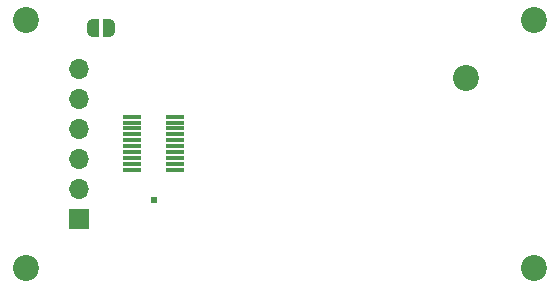
<source format=gts>
G04 #@! TF.GenerationSoftware,KiCad,Pcbnew,7.0.2-6a45011f42~172~ubuntu20.04.1*
G04 #@! TF.CreationDate,2023-05-13T15:02:50+09:00*
G04 #@! TF.ProjectId,Wisun_proto,57697375-6e5f-4707-926f-746f2e6b6963,0.3*
G04 #@! TF.SameCoordinates,PX1b67618PY41e13c0*
G04 #@! TF.FileFunction,Soldermask,Top*
G04 #@! TF.FilePolarity,Negative*
%FSLAX46Y46*%
G04 Gerber Fmt 4.6, Leading zero omitted, Abs format (unit mm)*
G04 Created by KiCad (PCBNEW 7.0.2-6a45011f42~172~ubuntu20.04.1) date 2023-05-13 15:02:50*
%MOMM*%
%LPD*%
G01*
G04 APERTURE LIST*
G04 Aperture macros list*
%AMFreePoly0*
4,1,19,0.500000,-0.750000,0.000000,-0.750000,0.000000,-0.744911,-0.071157,-0.744911,-0.207708,-0.704816,-0.327430,-0.627875,-0.420627,-0.520320,-0.479746,-0.390866,-0.500000,-0.250000,-0.500000,0.250000,-0.479746,0.390866,-0.420627,0.520320,-0.327430,0.627875,-0.207708,0.704816,-0.071157,0.744911,0.000000,0.744911,0.000000,0.750000,0.500000,0.750000,0.500000,-0.750000,0.500000,-0.750000,
$1*%
%AMFreePoly1*
4,1,19,0.000000,0.744911,0.071157,0.744911,0.207708,0.704816,0.327430,0.627875,0.420627,0.520320,0.479746,0.390866,0.500000,0.250000,0.500000,-0.250000,0.479746,-0.390866,0.420627,-0.520320,0.327430,-0.627875,0.207708,-0.704816,0.071157,-0.744911,0.000000,-0.744911,0.000000,-0.750000,-0.500000,-0.750000,-0.500000,0.750000,0.000000,0.750000,0.000000,0.744911,0.000000,0.744911,
$1*%
G04 Aperture macros list end*
%ADD10R,1.600000X0.300000*%
%ADD11C,2.200000*%
%ADD12FreePoly0,0.000000*%
%ADD13FreePoly1,0.000000*%
%ADD14R,1.700000X1.700000*%
%ADD15O,1.700000X1.700000*%
%ADD16C,0.605000*%
G04 APERTURE END LIST*
D10*
X15065000Y10830000D03*
X11465000Y10830000D03*
X15065000Y11330000D03*
X11465000Y11330000D03*
X15065000Y11830000D03*
X11465000Y11830000D03*
X15065000Y12330000D03*
X11465000Y12330000D03*
X15065000Y12830000D03*
X11465000Y12830000D03*
X15065000Y13330000D03*
X11465000Y13330000D03*
X15065000Y13830000D03*
X11465000Y13830000D03*
X15065000Y14330000D03*
X11465000Y14330000D03*
X15065000Y14830000D03*
X11465000Y14830000D03*
X15065000Y15330000D03*
X11465000Y15330000D03*
D11*
X39765000Y18580000D03*
X2500000Y23500000D03*
X45500000Y23500000D03*
X2500000Y2500000D03*
D12*
X8170000Y22860000D03*
D13*
X9470000Y22860000D03*
D14*
X6985000Y6650000D03*
D15*
X6985000Y9190000D03*
X6985000Y11730000D03*
X6985000Y14270000D03*
X6985000Y16810000D03*
X6985000Y19350000D03*
D11*
X45500000Y2500000D03*
D16*
X13335000Y8255000D03*
M02*

</source>
